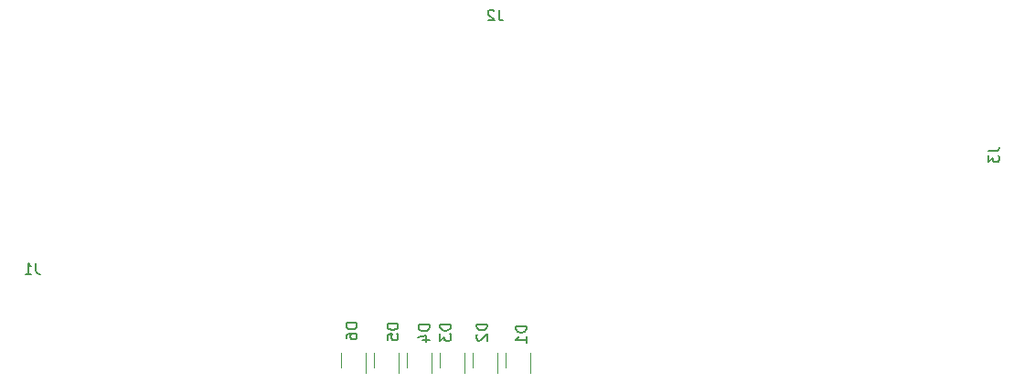
<source format=gbr>
G04 #@! TF.GenerationSoftware,KiCad,Pcbnew,8.0.2*
G04 #@! TF.CreationDate,2024-09-01T00:41:49-07:00*
G04 #@! TF.ProjectId,procon_button_board,70726f63-6f6e-45f6-9275-74746f6e5f62,rev?*
G04 #@! TF.SameCoordinates,Original*
G04 #@! TF.FileFunction,Legend,Bot*
G04 #@! TF.FilePolarity,Positive*
%FSLAX46Y46*%
G04 Gerber Fmt 4.6, Leading zero omitted, Abs format (unit mm)*
G04 Created by KiCad (PCBNEW 8.0.2) date 2024-09-01 00:41:49*
%MOMM*%
%LPD*%
G01*
G04 APERTURE LIST*
%ADD10C,0.150000*%
%ADD11C,0.120000*%
G04 APERTURE END LIST*
D10*
X146573819Y-160905905D02*
X145573819Y-160905905D01*
X145573819Y-160905905D02*
X145573819Y-161144000D01*
X145573819Y-161144000D02*
X145621438Y-161286857D01*
X145621438Y-161286857D02*
X145716676Y-161382095D01*
X145716676Y-161382095D02*
X145811914Y-161429714D01*
X145811914Y-161429714D02*
X146002390Y-161477333D01*
X146002390Y-161477333D02*
X146145247Y-161477333D01*
X146145247Y-161477333D02*
X146335723Y-161429714D01*
X146335723Y-161429714D02*
X146430961Y-161382095D01*
X146430961Y-161382095D02*
X146526200Y-161286857D01*
X146526200Y-161286857D02*
X146573819Y-161144000D01*
X146573819Y-161144000D02*
X146573819Y-160905905D01*
X145669057Y-161858286D02*
X145621438Y-161905905D01*
X145621438Y-161905905D02*
X145573819Y-162001143D01*
X145573819Y-162001143D02*
X145573819Y-162239238D01*
X145573819Y-162239238D02*
X145621438Y-162334476D01*
X145621438Y-162334476D02*
X145669057Y-162382095D01*
X145669057Y-162382095D02*
X145764295Y-162429714D01*
X145764295Y-162429714D02*
X145859533Y-162429714D01*
X145859533Y-162429714D02*
X146002390Y-162382095D01*
X146002390Y-162382095D02*
X146573819Y-161810667D01*
X146573819Y-161810667D02*
X146573819Y-162429714D01*
X138323819Y-160880905D02*
X137323819Y-160880905D01*
X137323819Y-160880905D02*
X137323819Y-161119000D01*
X137323819Y-161119000D02*
X137371438Y-161261857D01*
X137371438Y-161261857D02*
X137466676Y-161357095D01*
X137466676Y-161357095D02*
X137561914Y-161404714D01*
X137561914Y-161404714D02*
X137752390Y-161452333D01*
X137752390Y-161452333D02*
X137895247Y-161452333D01*
X137895247Y-161452333D02*
X138085723Y-161404714D01*
X138085723Y-161404714D02*
X138180961Y-161357095D01*
X138180961Y-161357095D02*
X138276200Y-161261857D01*
X138276200Y-161261857D02*
X138323819Y-161119000D01*
X138323819Y-161119000D02*
X138323819Y-160880905D01*
X137323819Y-162357095D02*
X137323819Y-161880905D01*
X137323819Y-161880905D02*
X137800009Y-161833286D01*
X137800009Y-161833286D02*
X137752390Y-161880905D01*
X137752390Y-161880905D02*
X137704771Y-161976143D01*
X137704771Y-161976143D02*
X137704771Y-162214238D01*
X137704771Y-162214238D02*
X137752390Y-162309476D01*
X137752390Y-162309476D02*
X137800009Y-162357095D01*
X137800009Y-162357095D02*
X137895247Y-162404714D01*
X137895247Y-162404714D02*
X138133342Y-162404714D01*
X138133342Y-162404714D02*
X138228580Y-162357095D01*
X138228580Y-162357095D02*
X138276200Y-162309476D01*
X138276200Y-162309476D02*
X138323819Y-162214238D01*
X138323819Y-162214238D02*
X138323819Y-161976143D01*
X138323819Y-161976143D02*
X138276200Y-161880905D01*
X138276200Y-161880905D02*
X138228580Y-161833286D01*
X141223819Y-160980905D02*
X140223819Y-160980905D01*
X140223819Y-160980905D02*
X140223819Y-161219000D01*
X140223819Y-161219000D02*
X140271438Y-161361857D01*
X140271438Y-161361857D02*
X140366676Y-161457095D01*
X140366676Y-161457095D02*
X140461914Y-161504714D01*
X140461914Y-161504714D02*
X140652390Y-161552333D01*
X140652390Y-161552333D02*
X140795247Y-161552333D01*
X140795247Y-161552333D02*
X140985723Y-161504714D01*
X140985723Y-161504714D02*
X141080961Y-161457095D01*
X141080961Y-161457095D02*
X141176200Y-161361857D01*
X141176200Y-161361857D02*
X141223819Y-161219000D01*
X141223819Y-161219000D02*
X141223819Y-160980905D01*
X140557152Y-162409476D02*
X141223819Y-162409476D01*
X140176200Y-162171381D02*
X140890485Y-161933286D01*
X140890485Y-161933286D02*
X140890485Y-162552333D01*
X147653333Y-131788819D02*
X147653333Y-132503104D01*
X147653333Y-132503104D02*
X147700952Y-132645961D01*
X147700952Y-132645961D02*
X147796190Y-132741200D01*
X147796190Y-132741200D02*
X147939047Y-132788819D01*
X147939047Y-132788819D02*
X148034285Y-132788819D01*
X147224761Y-131884057D02*
X147177142Y-131836438D01*
X147177142Y-131836438D02*
X147081904Y-131788819D01*
X147081904Y-131788819D02*
X146843809Y-131788819D01*
X146843809Y-131788819D02*
X146748571Y-131836438D01*
X146748571Y-131836438D02*
X146700952Y-131884057D01*
X146700952Y-131884057D02*
X146653333Y-131979295D01*
X146653333Y-131979295D02*
X146653333Y-132074533D01*
X146653333Y-132074533D02*
X146700952Y-132217390D01*
X146700952Y-132217390D02*
X147272380Y-132788819D01*
X147272380Y-132788819D02*
X146653333Y-132788819D01*
X134523819Y-160805905D02*
X133523819Y-160805905D01*
X133523819Y-160805905D02*
X133523819Y-161044000D01*
X133523819Y-161044000D02*
X133571438Y-161186857D01*
X133571438Y-161186857D02*
X133666676Y-161282095D01*
X133666676Y-161282095D02*
X133761914Y-161329714D01*
X133761914Y-161329714D02*
X133952390Y-161377333D01*
X133952390Y-161377333D02*
X134095247Y-161377333D01*
X134095247Y-161377333D02*
X134285723Y-161329714D01*
X134285723Y-161329714D02*
X134380961Y-161282095D01*
X134380961Y-161282095D02*
X134476200Y-161186857D01*
X134476200Y-161186857D02*
X134523819Y-161044000D01*
X134523819Y-161044000D02*
X134523819Y-160805905D01*
X133523819Y-162234476D02*
X133523819Y-162044000D01*
X133523819Y-162044000D02*
X133571438Y-161948762D01*
X133571438Y-161948762D02*
X133619057Y-161901143D01*
X133619057Y-161901143D02*
X133761914Y-161805905D01*
X133761914Y-161805905D02*
X133952390Y-161758286D01*
X133952390Y-161758286D02*
X134333342Y-161758286D01*
X134333342Y-161758286D02*
X134428580Y-161805905D01*
X134428580Y-161805905D02*
X134476200Y-161853524D01*
X134476200Y-161853524D02*
X134523819Y-161948762D01*
X134523819Y-161948762D02*
X134523819Y-162139238D01*
X134523819Y-162139238D02*
X134476200Y-162234476D01*
X134476200Y-162234476D02*
X134428580Y-162282095D01*
X134428580Y-162282095D02*
X134333342Y-162329714D01*
X134333342Y-162329714D02*
X134095247Y-162329714D01*
X134095247Y-162329714D02*
X134000009Y-162282095D01*
X134000009Y-162282095D02*
X133952390Y-162234476D01*
X133952390Y-162234476D02*
X133904771Y-162139238D01*
X133904771Y-162139238D02*
X133904771Y-161948762D01*
X133904771Y-161948762D02*
X133952390Y-161853524D01*
X133952390Y-161853524D02*
X134000009Y-161805905D01*
X134000009Y-161805905D02*
X134095247Y-161758286D01*
X143223819Y-160930905D02*
X142223819Y-160930905D01*
X142223819Y-160930905D02*
X142223819Y-161169000D01*
X142223819Y-161169000D02*
X142271438Y-161311857D01*
X142271438Y-161311857D02*
X142366676Y-161407095D01*
X142366676Y-161407095D02*
X142461914Y-161454714D01*
X142461914Y-161454714D02*
X142652390Y-161502333D01*
X142652390Y-161502333D02*
X142795247Y-161502333D01*
X142795247Y-161502333D02*
X142985723Y-161454714D01*
X142985723Y-161454714D02*
X143080961Y-161407095D01*
X143080961Y-161407095D02*
X143176200Y-161311857D01*
X143176200Y-161311857D02*
X143223819Y-161169000D01*
X143223819Y-161169000D02*
X143223819Y-160930905D01*
X142223819Y-161835667D02*
X142223819Y-162454714D01*
X142223819Y-162454714D02*
X142604771Y-162121381D01*
X142604771Y-162121381D02*
X142604771Y-162264238D01*
X142604771Y-162264238D02*
X142652390Y-162359476D01*
X142652390Y-162359476D02*
X142700009Y-162407095D01*
X142700009Y-162407095D02*
X142795247Y-162454714D01*
X142795247Y-162454714D02*
X143033342Y-162454714D01*
X143033342Y-162454714D02*
X143128580Y-162407095D01*
X143128580Y-162407095D02*
X143176200Y-162359476D01*
X143176200Y-162359476D02*
X143223819Y-162264238D01*
X143223819Y-162264238D02*
X143223819Y-161978524D01*
X143223819Y-161978524D02*
X143176200Y-161883286D01*
X143176200Y-161883286D02*
X143128580Y-161835667D01*
X150223819Y-161105905D02*
X149223819Y-161105905D01*
X149223819Y-161105905D02*
X149223819Y-161344000D01*
X149223819Y-161344000D02*
X149271438Y-161486857D01*
X149271438Y-161486857D02*
X149366676Y-161582095D01*
X149366676Y-161582095D02*
X149461914Y-161629714D01*
X149461914Y-161629714D02*
X149652390Y-161677333D01*
X149652390Y-161677333D02*
X149795247Y-161677333D01*
X149795247Y-161677333D02*
X149985723Y-161629714D01*
X149985723Y-161629714D02*
X150080961Y-161582095D01*
X150080961Y-161582095D02*
X150176200Y-161486857D01*
X150176200Y-161486857D02*
X150223819Y-161344000D01*
X150223819Y-161344000D02*
X150223819Y-161105905D01*
X150223819Y-162629714D02*
X150223819Y-162058286D01*
X150223819Y-162344000D02*
X149223819Y-162344000D01*
X149223819Y-162344000D02*
X149366676Y-162248762D01*
X149366676Y-162248762D02*
X149461914Y-162153524D01*
X149461914Y-162153524D02*
X149509533Y-162058286D01*
X192997307Y-144889726D02*
X193711592Y-144889726D01*
X193711592Y-144889726D02*
X193854449Y-144842107D01*
X193854449Y-144842107D02*
X193949688Y-144746869D01*
X193949688Y-144746869D02*
X193997307Y-144604012D01*
X193997307Y-144604012D02*
X193997307Y-144508774D01*
X192997307Y-145270679D02*
X192997307Y-145889726D01*
X192997307Y-145889726D02*
X193378259Y-145556393D01*
X193378259Y-145556393D02*
X193378259Y-145699250D01*
X193378259Y-145699250D02*
X193425878Y-145794488D01*
X193425878Y-145794488D02*
X193473497Y-145842107D01*
X193473497Y-145842107D02*
X193568735Y-145889726D01*
X193568735Y-145889726D02*
X193806830Y-145889726D01*
X193806830Y-145889726D02*
X193902068Y-145842107D01*
X193902068Y-145842107D02*
X193949688Y-145794488D01*
X193949688Y-145794488D02*
X193997307Y-145699250D01*
X193997307Y-145699250D02*
X193997307Y-145413536D01*
X193997307Y-145413536D02*
X193949688Y-145318298D01*
X193949688Y-145318298D02*
X193902068Y-145270679D01*
X104798053Y-155256063D02*
X104798053Y-155970348D01*
X104798053Y-155970348D02*
X104845672Y-156113205D01*
X104845672Y-156113205D02*
X104940910Y-156208444D01*
X104940910Y-156208444D02*
X105083767Y-156256063D01*
X105083767Y-156256063D02*
X105179005Y-156256063D01*
X103798053Y-156256063D02*
X104369481Y-156256063D01*
X104083767Y-156256063D02*
X104083767Y-155256063D01*
X104083767Y-155256063D02*
X104179005Y-155398920D01*
X104179005Y-155398920D02*
X104274243Y-155494158D01*
X104274243Y-155494158D02*
X104369481Y-155541777D01*
D11*
X145214720Y-164959612D02*
X145214720Y-163559612D01*
X147534720Y-163559612D02*
X147534720Y-165459612D01*
X136070720Y-164959612D02*
X136070720Y-163559612D01*
X138390720Y-163559612D02*
X138390720Y-165459612D01*
X139118720Y-164959612D02*
X139118720Y-163559612D01*
X141438720Y-163559612D02*
X141438720Y-165459612D01*
X133022720Y-164959612D02*
X133022720Y-163559612D01*
X135342720Y-163559612D02*
X135342720Y-165459612D01*
X142166720Y-164959612D02*
X142166720Y-163559612D01*
X144486720Y-163559612D02*
X144486720Y-165459612D01*
X148262720Y-164959612D02*
X148262720Y-163559612D01*
X150582720Y-163559612D02*
X150582720Y-165459612D01*
M02*

</source>
